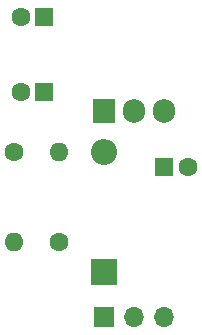
<source format=gbr>
G04 #@! TF.GenerationSoftware,KiCad,Pcbnew,(6.0.4)*
G04 #@! TF.CreationDate,2023-08-28T23:05:39+07:00*
G04 #@! TF.ProjectId,07-LM317-RippleRejection,30372d4c-4d33-4313-972d-526970706c65,rev?*
G04 #@! TF.SameCoordinates,Original*
G04 #@! TF.FileFunction,Copper,L1,Top*
G04 #@! TF.FilePolarity,Positive*
%FSLAX46Y46*%
G04 Gerber Fmt 4.6, Leading zero omitted, Abs format (unit mm)*
G04 Created by KiCad (PCBNEW (6.0.4)) date 2023-08-28 23:05:39*
%MOMM*%
%LPD*%
G01*
G04 APERTURE LIST*
G04 #@! TA.AperFunction,ComponentPad*
%ADD10R,1.700000X1.700000*%
G04 #@! TD*
G04 #@! TA.AperFunction,ComponentPad*
%ADD11O,1.700000X1.700000*%
G04 #@! TD*
G04 #@! TA.AperFunction,ComponentPad*
%ADD12R,1.905000X2.000000*%
G04 #@! TD*
G04 #@! TA.AperFunction,ComponentPad*
%ADD13O,1.905000X2.000000*%
G04 #@! TD*
G04 #@! TA.AperFunction,ComponentPad*
%ADD14C,1.600000*%
G04 #@! TD*
G04 #@! TA.AperFunction,ComponentPad*
%ADD15O,1.600000X1.600000*%
G04 #@! TD*
G04 #@! TA.AperFunction,ComponentPad*
%ADD16R,2.200000X2.200000*%
G04 #@! TD*
G04 #@! TA.AperFunction,ComponentPad*
%ADD17O,2.200000X2.200000*%
G04 #@! TD*
G04 #@! TA.AperFunction,ComponentPad*
%ADD18R,1.600000X1.600000*%
G04 #@! TD*
G04 APERTURE END LIST*
D10*
G04 #@! TO.P,J1,1,Pin_1*
G04 #@! TO.N,GND*
X190500000Y-100330000D03*
D11*
G04 #@! TO.P,J1,2,Pin_2*
G04 #@! TO.N,VOUT*
X193040000Y-100330000D03*
G04 #@! TO.P,J1,3,Pin_3*
G04 #@! TO.N,VIN*
X195580000Y-100330000D03*
G04 #@! TD*
D12*
G04 #@! TO.P,U1,1,ADJ*
G04 #@! TO.N,/ADJ*
X190500000Y-82890000D03*
D13*
G04 #@! TO.P,U1,2,VO*
G04 #@! TO.N,VOUT*
X193040000Y-82890000D03*
G04 #@! TO.P,U1,3,VI*
G04 #@! TO.N,VIN*
X195580000Y-82890000D03*
G04 #@! TD*
D14*
G04 #@! TO.P,R2,1*
G04 #@! TO.N,/ADJ*
X182880000Y-86360000D03*
D15*
G04 #@! TO.P,R2,2*
G04 #@! TO.N,GND*
X182880000Y-93980000D03*
G04 #@! TD*
D14*
G04 #@! TO.P,R1,1*
G04 #@! TO.N,VOUT*
X186690000Y-93980000D03*
D15*
G04 #@! TO.P,R1,2*
G04 #@! TO.N,/ADJ*
X186690000Y-86360000D03*
G04 #@! TD*
D16*
G04 #@! TO.P,D1,1,K*
G04 #@! TO.N,VOUT*
X190500000Y-96520000D03*
D17*
G04 #@! TO.P,D1,2,A*
G04 #@! TO.N,/ADJ*
X190500000Y-86360000D03*
G04 #@! TD*
D18*
G04 #@! TO.P,C3,1*
G04 #@! TO.N,VOUT*
X185420000Y-74930000D03*
D14*
G04 #@! TO.P,C3,2*
G04 #@! TO.N,GND*
X183420000Y-74930000D03*
G04 #@! TD*
D18*
G04 #@! TO.P,C2,1*
G04 #@! TO.N,/ADJ*
X185420000Y-81280000D03*
D14*
G04 #@! TO.P,C2,2*
G04 #@! TO.N,GND*
X183420000Y-81280000D03*
G04 #@! TD*
D18*
G04 #@! TO.P,C1,1*
G04 #@! TO.N,VIN*
X195580000Y-87630000D03*
D14*
G04 #@! TO.P,C1,2*
G04 #@! TO.N,GND*
X197580000Y-87630000D03*
G04 #@! TD*
M02*

</source>
